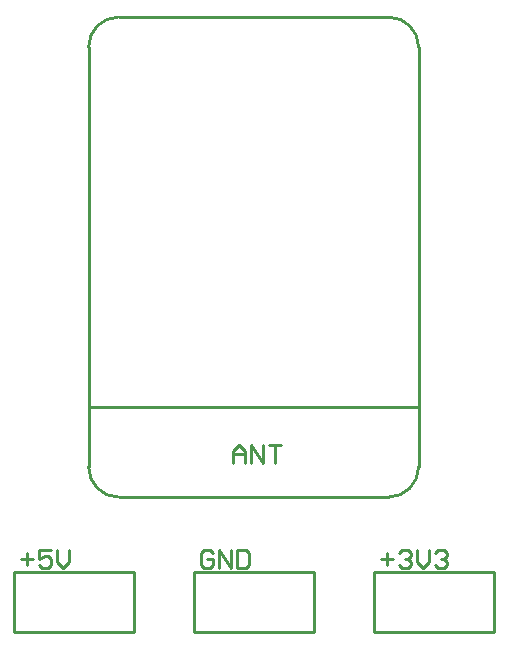
<source format=gto>
G04*
G04 #@! TF.GenerationSoftware,Altium Limited,Altium Designer,20.0.9 (164)*
G04*
G04 Layer_Color=65535*
%FSLAX25Y25*%
%MOIN*%
G70*
G01*
G75*
%ADD10C,0.01000*%
D10*
X530000Y240000D02*
G03*
X540000Y250000I0J10000D01*
G01*
X430000D02*
G03*
X440000Y240000I10000J0D01*
G01*
X540000Y390000D02*
G03*
X530000Y400000I-10000J0D01*
G01*
X440000D02*
G03*
X430000Y390000I0J-10000D01*
G01*
X540000Y250000D02*
Y390000D01*
X440000Y240000D02*
X530000D01*
X430000Y250000D02*
Y390000D01*
X440000Y400000D02*
X530000D01*
X430000Y270000D02*
X540000D01*
X525000Y195000D02*
Y215000D01*
Y195000D02*
X565000D01*
Y215000D01*
X525000D02*
X565000D01*
X465000Y195000D02*
Y215000D01*
Y195000D02*
X505000D01*
Y215000D01*
X465000D02*
X505000D01*
X405000Y195000D02*
Y215000D01*
Y195000D02*
X445000D01*
Y215000D01*
X405000D02*
X445000D01*
X478287Y251220D02*
Y255219D01*
X480287Y257219D01*
X482286Y255219D01*
Y251220D01*
Y254220D01*
X478287D01*
X484285Y251220D02*
Y257219D01*
X488284Y251220D01*
Y257219D01*
X490283D02*
X494282D01*
X492283D01*
Y251220D01*
X471599Y221398D02*
X470599Y222398D01*
X468600D01*
X467600Y221398D01*
Y217400D01*
X468600Y216400D01*
X470599D01*
X471599Y217400D01*
Y219399D01*
X469599D01*
X473598Y216400D02*
Y222398D01*
X477597Y216400D01*
Y222398D01*
X479596D02*
Y216400D01*
X482595D01*
X483595Y217400D01*
Y221398D01*
X482595Y222398D01*
X479596D01*
X527600Y219399D02*
X531599D01*
X529599Y221398D02*
Y217400D01*
X533598Y221398D02*
X534598Y222398D01*
X536597D01*
X537597Y221398D01*
Y220399D01*
X536597Y219399D01*
X535597D01*
X536597D01*
X537597Y218399D01*
Y217400D01*
X536597Y216400D01*
X534598D01*
X533598Y217400D01*
X539596Y222398D02*
Y218399D01*
X541596Y216400D01*
X543595Y218399D01*
Y222398D01*
X545594Y221398D02*
X546594Y222398D01*
X548593D01*
X549593Y221398D01*
Y220399D01*
X548593Y219399D01*
X547593D01*
X548593D01*
X549593Y218399D01*
Y217400D01*
X548593Y216400D01*
X546594D01*
X545594Y217400D01*
X407600Y219399D02*
X411599D01*
X409599Y221398D02*
Y217400D01*
X417597Y222398D02*
X413598D01*
Y219399D01*
X415597Y220399D01*
X416597D01*
X417597Y219399D01*
Y217400D01*
X416597Y216400D01*
X414598D01*
X413598Y217400D01*
X419596Y222398D02*
Y218399D01*
X421595Y216400D01*
X423595Y218399D01*
Y222398D01*
M02*

</source>
